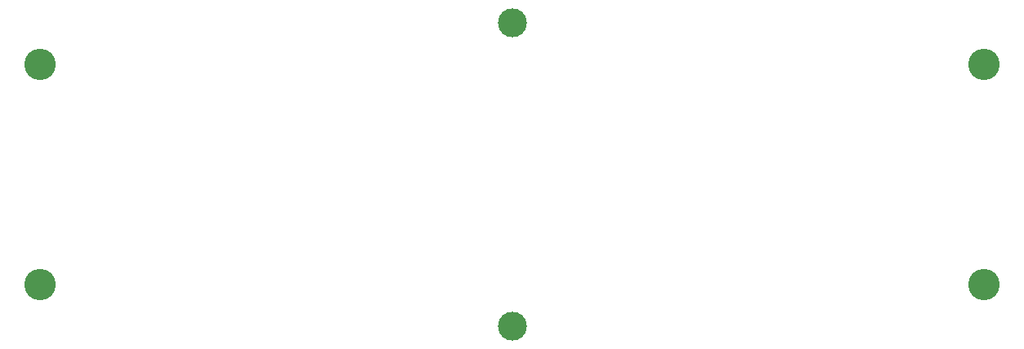
<source format=gbs>
G04 EAGLE Gerber RS-274X export*
G75*
%MOMM*%
%FSLAX34Y34*%
%LPD*%
%INSoldermask Bottom*%
%IPPOS*%
%AMOC8*
5,1,8,0,0,1.08239X$1,22.5*%
G01*
%ADD10C,3.251200*%
%ADD11C,2.997200*%


D10*
X-31750Y0D03*
X-31750Y228600D03*
X946150Y0D03*
X946150Y228600D03*
D11*
X457200Y-43180D03*
X457200Y271780D03*
M02*

</source>
